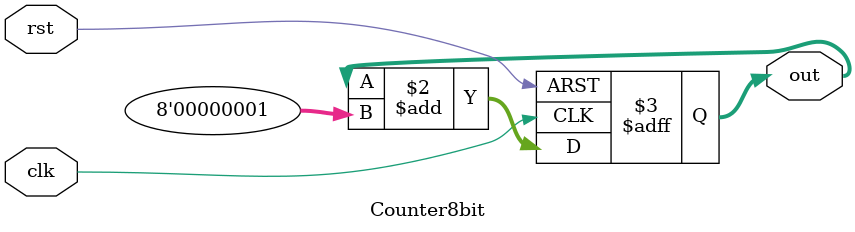
<source format=v>
module Counter8bit(input clk,input rst,output reg [7:0] out);
    always @(posedge clk or posedge rst) begin
        if (rst) out <= 8'b00000000;
        else out <= out + 8'b00000001;
    end
endmodule
</source>
